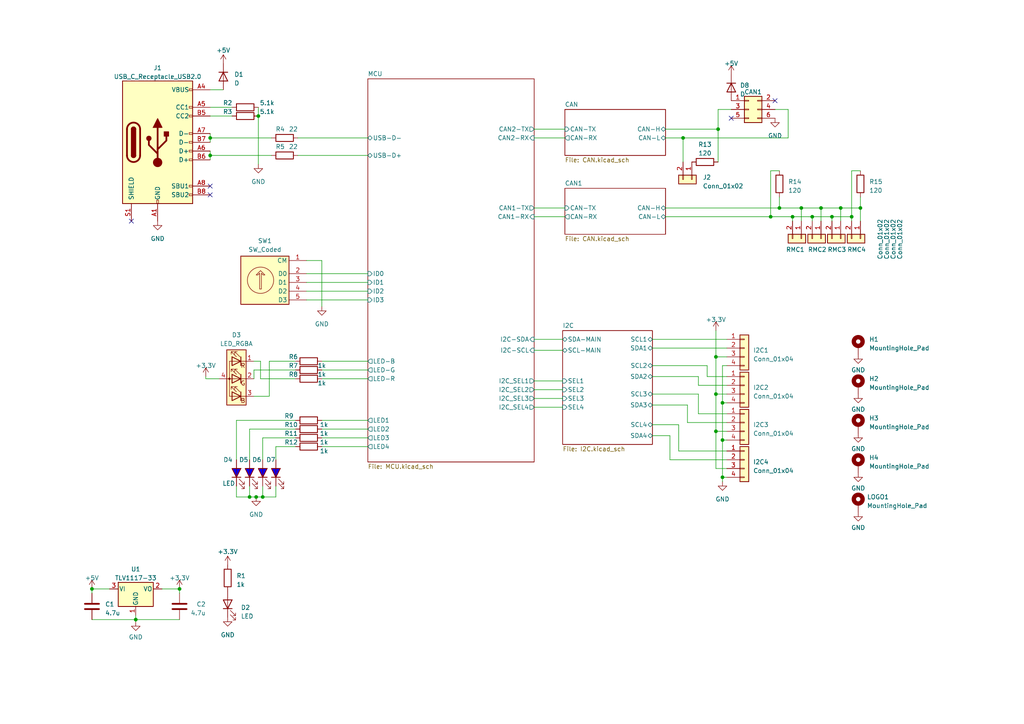
<source format=kicad_sch>
(kicad_sch (version 20231120) (generator "eeschema") (generator_version "8.0")
  (paper "A4")
  (lib_symbols
    (symbol "Connector:USB_C_Receptacle_USB2.0" (pin_names (offset 1.016))
      (property "Reference" "J" (at -10.16 19.05 0))
      (property "Value" "USB_C_Receptacle_USB2.0" (at 19.05 19.05 0))
      (symbol "USB_C_Receptacle_USB2.0_0_0"
        (rectangle (start -0.254 -17.78) (end 0.254 -16.764))
        (rectangle (start 10.16 -14.986) (end 9.144 -15.494))
        (rectangle (start 10.16 -12.446) (end 9.144 -12.954))
        (rectangle (start 10.16 -4.826) (end 9.144 -5.334))
        (rectangle (start 10.16 -2.286) (end 9.144 -2.794))
        (rectangle (start 10.16 0.254) (end 9.144 -0.254))
        (rectangle (start 10.16 2.794) (end 9.144 2.286))
        (rectangle (start 10.16 7.874) (end 9.144 7.366))
        (rectangle (start 10.16 10.414) (end 9.144 9.906))
        (rectangle (start 10.16 15.494) (end 9.144 14.986))
      )
      (symbol "USB_C_Receptacle_USB2.0_0_1"
        (rectangle (start -10.16 17.78) (end 10.16 -17.78) (stroke (width 0.254)) (fill (type background)))
        (arc (start -8.89 -3.81) (mid -6.985 -5.7067) (end -5.08 -3.81) (stroke (width 0.508)))
        (arc (start -7.62 -3.81) (mid -6.985 -4.4423) (end -6.35 -3.81) (stroke (width 0.254)))
        (arc (start -7.62 -3.81) (mid -6.985 -4.4423) (end -6.35 -3.81) (stroke (width 0.254)) (fill (type outline)))
        (rectangle (start -7.62 -3.81) (end -6.35 3.81) (stroke (width 0.254)) (fill (type outline)))
        (arc (start -6.35 3.81) (mid -6.985 4.4423) (end -7.62 3.81) (stroke (width 0.254)))
        (arc (start -6.35 3.81) (mid -6.985 4.4423) (end -7.62 3.81) (stroke (width 0.254)) (fill (type outline)))
        (arc (start -5.08 3.81) (mid -6.985 5.7067) (end -8.89 3.81) (stroke (width 0.508)))
        (circle (center -2.54 1.143) (radius 0.635) (stroke (width 0.254)) (fill (type outline)))
        (circle (center 0 -5.842) (radius 1.27) (fill (type outline)))
        (polyline (pts (xy -8.89 -3.81) (xy -8.89 3.81)) (stroke (width 0.508)))
        (polyline (pts (xy -5.08 3.81) (xy -5.08 -3.81)) (stroke (width 0.508)))
        (polyline (pts (xy 0 -5.842) (xy 0 4.318)) (stroke (width 0.508)))
        (polyline (pts (xy 0 -3.302) (xy -2.54 -0.762) (xy -2.54 0.508)) (stroke (width 0.508)))
        (polyline (pts (xy 0 -2.032) (xy 2.54 0.508) (xy 2.54 1.778)) (stroke (width 0.508)))
        (polyline (pts (xy -1.27 4.318) (xy 0 6.858) (xy 1.27 4.318) (xy -1.27 4.318)) (stroke (width 0.254)) (fill (type outline)))
        (rectangle (start 1.905 1.778) (end 3.175 3.048) (stroke (width 0.254)) (fill (type outline)))
      )
      (symbol "USB_C_Receptacle_USB2.0_1_1"
        (pin passive line (at 0 -22.86 90) (length 5.08) (name "GND") (number "A1"))
        (pin passive line (at 0 -22.86 90) (length 5.08) hide (name "GND") (number "A12"))
        (pin passive line (at 15.24 15.24 180) (length 5.08) (name "VBUS") (number "A4"))
        (pin bidirectional line (at 15.24 10.16 180) (length 5.08) (name "CC1") (number "A5"))
        (pin bidirectional line (at 15.24 -2.54 180) (length 5.08) (name "D+") (number "A6"))
        (pin bidirectional line (at 15.24 2.54 180) (length 5.08) (name "D-") (number "A7"))
        (pin bidirectional line (at 15.24 -12.7 180) (length 5.08) (name "SBU1") (number "A8"))
        (pin passive line (at 15.24 15.24 180) (length 5.08) hide (name "VBUS") (number "A9"))
        (pin passive line (at 0 -22.86 90) (length 5.08) hide (name "GND") (number "B1"))
        (pin passive line (at 0 -22.86 90) (length 5.08) hide (name "GND") (number "B12"))
        (pin passive line (at 15.24 15.24 180) (length 5.08) hide (name "VBUS") (number "B4"))
        (pin bidirectional line (at 15.24 7.62 180) (length 5.08) (name "CC2") (number "B5"))
        (pin bidirectional line (at 15.24 -5.08 180) (length 5.08) (name "D+") (number "B6"))
        (pin bidirectional line (at 15.24 0 180) (length 5.08) (name "D-") (number "B7"))
        (pin bidirectional line (at 15.24 -15.24 180) (length 5.08) (name "SBU2") (number "B8"))
        (pin passive line (at 15.24 15.24 180) (length 5.08) hide (name "VBUS") (number "B9"))
        (pin passive line (at -7.62 -22.86 90) (length 5.08) (name "SHIELD") (number "S1"))
      )
    )
    (symbol "Connector_Generic:Conn_01x02" (pin_names (offset 1.016) hide)
      (property "Reference" "J" (at 0 2.54 0))
      (property "Value" "Conn_01x02" (at 0 -5.08 0))
      (symbol "Conn_01x02_1_1"
        (rectangle (start -1.27 -2.413) (end 0 -2.667) (stroke (width 0.1524)))
        (rectangle (start -1.27 0.127) (end 0 -0.127) (stroke (width 0.1524)))
        (rectangle (start -1.27 1.27) (end 1.27 -3.81) (stroke (width 0.254)) (fill (type background)))
        (pin passive line (at -5.08 0 0) (length 3.81) (name "Pin_1") (number "1"))
        (pin passive line (at -5.08 -2.54 0) (length 3.81) (name "Pin_2") (number "2"))
      )
    )
    (symbol "Connector_Generic:Conn_01x04" (pin_names (offset 1.016) hide)
      (property "Reference" "J" (at 0 5.08 0))
      (property "Value" "Conn_01x04" (at 0 -7.62 0))
      (symbol "Conn_01x04_1_1"
        (rectangle (start -1.27 -4.953) (end 0 -5.207) (stroke (width 0.1524)))
        (rectangle (start -1.27 -2.413) (end 0 -2.667) (stroke (width 0.1524)))
        (rectangle (start -1.27 0.127) (end 0 -0.127) (stroke (width 0.1524)))
        (rectangle (start -1.27 2.667) (end 0 2.413) (stroke (width 0.1524)))
        (rectangle (start -1.27 3.81) (end 1.27 -6.35) (stroke (width 0.254)) (fill (type background)))
        (pin passive line (at -5.08 2.54 0) (length 3.81) (name "Pin_1") (number "1"))
        (pin passive line (at -5.08 0 0) (length 3.81) (name "Pin_2") (number "2"))
        (pin passive line (at -5.08 -2.54 0) (length 3.81) (name "Pin_3") (number "3"))
        (pin passive line (at -5.08 -5.08 0) (length 3.81) (name "Pin_4") (number "4"))
      )
    )
    (symbol "Connector_Generic:Conn_02x03_Odd_Even" (pin_names (offset 1.016) hide)
      (property "Reference" "J" (at 1.27 5.08 0))
      (property "Value" "Conn_02x03_Odd_Even" (at 1.27 -5.08 0))
      (symbol "Conn_02x03_Odd_Even_1_1"
        (rectangle (start -1.27 -2.413) (end 0 -2.667) (stroke (width 0.1524)))
        (rectangle (start -1.27 0.127) (end 0 -0.127) (stroke (width 0.1524)))
        (rectangle (start -1.27 2.667) (end 0 2.413) (stroke (width 0.1524)))
        (rectangle (start -1.27 3.81) (end 3.81 -3.81) (stroke (width 0.254)) (fill (type background)))
        (rectangle (start 3.81 -2.413) (end 2.54 -2.667) (stroke (width 0.1524)))
        (rectangle (start 3.81 0.127) (end 2.54 -0.127) (stroke (width 0.1524)))
        (rectangle (start 3.81 2.667) (end 2.54 2.413) (stroke (width 0.1524)))
        (pin passive line (at -5.08 2.54 0) (length 3.81) (name "Pin_1") (number "1"))
        (pin passive line (at 7.62 2.54 180) (length 3.81) (name "Pin_2") (number "2"))
        (pin passive line (at -5.08 0 0) (length 3.81) (name "Pin_3") (number "3"))
        (pin passive line (at 7.62 0 180) (length 3.81) (name "Pin_4") (number "4"))
        (pin passive line (at -5.08 -2.54 0) (length 3.81) (name "Pin_5") (number "5"))
        (pin passive line (at 7.62 -2.54 180) (length 3.81) (name "Pin_6") (number "6"))
      )
    )
    (symbol "Device:C" (pin_numbers hide) (pin_names (offset 0.254))
      (property "Reference" "C" (at 0.635 2.54 0))
      (property "Value" "C" (at 0.635 -2.54 0))
      (symbol "C_0_1"
        (polyline (pts (xy -2.032 -0.762) (xy 2.032 -0.762)) (stroke (width 0.508)))
        (polyline (pts (xy -2.032 0.762) (xy 2.032 0.762)) (stroke (width 0.508)))
      )
      (symbol "C_1_1"
        (pin passive line (at 0 3.81 270) (length 2.794) (name "~") (number "1"))
        (pin passive line (at 0 -3.81 90) (length 2.794) (name "~") (number "2"))
      )
    )
    (symbol "Device:D" (pin_numbers hide) (pin_names (offset 1.016) hide)
      (property "Reference" "D" (at 0 2.54 0))
      (property "Value" "D" (at 0 -2.54 0))
      (symbol "D_0_1"
        (polyline (pts (xy -1.27 1.27) (xy -1.27 -1.27)) (stroke (width 0.254)))
        (polyline (pts (xy 1.27 0) (xy -1.27 0)))
        (polyline (pts (xy 1.27 1.27) (xy 1.27 -1.27) (xy -1.27 0) (xy 1.27 1.27)) (stroke (width 0.254)))
      )
      (symbol "D_1_1"
        (pin passive line (at -3.81 0 0) (length 2.54) (name "K") (number "1"))
        (pin passive line (at 3.81 0 180) (length 2.54) (name "A") (number "2"))
      )
    )
    (symbol "Device:LED" (pin_numbers hide) (pin_names (offset 1.016) hide)
      (property "Reference" "D" (at 0 2.54 0))
      (property "Value" "LED" (at 0 -2.54 0))
      (symbol "LED_0_1"
        (polyline (pts (xy -1.27 -1.27) (xy -1.27 1.27)) (stroke (width 0.254)))
        (polyline (pts (xy -1.27 0) (xy 1.27 0)))
        (polyline (pts (xy 1.27 -1.27) (xy 1.27 1.27) (xy -1.27 0) (xy 1.27 -1.27)) (stroke (width 0.254)))
        (polyline (pts (xy -3.048 -0.762) (xy -4.572 -2.286) (xy -3.81 -2.286) (xy -4.572 -2.286) (xy -4.572 -1.524)))
        (polyline (pts (xy -1.778 -0.762) (xy -3.302 -2.286) (xy -2.54 -2.286) (xy -3.302 -2.286) (xy -3.302 -1.524)))
      )
      (symbol "LED_1_1"
        (pin passive line (at -3.81 0 0) (length 2.54) (name "K") (number "1"))
        (pin passive line (at 3.81 0 180) (length 2.54) (name "A") (number "2"))
      )
    )
    (symbol "Device:LED_RGBA" (pin_names (offset 0) hide)
      (property "Reference" "D" (at 0 9.398 0))
      (property "Value" "LED_RGBA" (at 0 -8.89 0))
      (symbol "LED_RGBA_0_0"
        (text "B" (at -1.905 -6.35 0) (effects (font (size 1.27 1.27))))
        (text "G" (at -1.905 -1.27 0) (effects (font (size 1.27 1.27))))
        (text "R" (at -1.905 3.81 0) (effects (font (size 1.27 1.27))))
      )
      (symbol "LED_RGBA_0_1"
        (polyline (pts (xy -1.27 -5.08) (xy -2.54 -5.08)))
        (polyline (pts (xy -1.27 -5.08) (xy 1.27 -5.08)))
        (polyline (pts (xy -1.27 -3.81) (xy -1.27 -6.35)) (stroke (width 0.254)))
        (polyline (pts (xy -1.27 0) (xy -2.54 0)))
        (polyline (pts (xy -1.27 1.27) (xy -1.27 -1.27)) (stroke (width 0.254)))
        (polyline (pts (xy -1.27 5.08) (xy -2.54 5.08)))
        (polyline (pts (xy -1.27 5.08) (xy 1.27 5.08)))
        (polyline (pts (xy -1.27 6.35) (xy -1.27 3.81)) (stroke (width 0.254)))
        (polyline (pts (xy 1.27 0) (xy -1.27 0)))
        (polyline (pts (xy 1.27 0) (xy 2.54 0)))
        (polyline (pts (xy -1.27 1.27) (xy -1.27 -1.27) (xy -1.27 -1.27)))
        (polyline (pts (xy -1.27 6.35) (xy -1.27 3.81) (xy -1.27 3.81)))
        (polyline (pts (xy 1.27 -5.08) (xy 2.032 -5.08) (xy 2.032 5.08) (xy 1.27 5.08)))
        (polyline (pts (xy 1.27 -3.81) (xy 1.27 -6.35) (xy -1.27 -5.08) (xy 1.27 -3.81)) (stroke (width 0.254)))
        (polyline (pts (xy 1.27 1.27) (xy 1.27 -1.27) (xy -1.27 0) (xy 1.27 1.27)) (stroke (width 0.254)))
        (polyline (pts (xy 1.27 6.35) (xy 1.27 3.81) (xy -1.27 5.08) (xy 1.27 6.35)) (stroke (width 0.254)))
        (polyline (pts (xy -1.016 -3.81) (xy 0.508 -2.286) (xy -0.254 -2.286) (xy 0.508 -2.286) (xy 0.508 -3.048)))
        (polyline (pts (xy -1.016 1.27) (xy 0.508 2.794) (xy -0.254 2.794) (xy 0.508 2.794) (xy 0.508 2.032)))
        (polyline (pts (xy -1.016 6.35) (xy 0.508 7.874) (xy -0.254 7.874) (xy 0.508 7.874) (xy 0.508 7.112)))
        (polyline (pts (xy 0 -3.81) (xy 1.524 -2.286) (xy 0.762 -2.286) (xy 1.524 -2.286) (xy 1.524 -3.048)))
        (polyline (pts (xy 0 1.27) (xy 1.524 2.794) (xy 0.762 2.794) (xy 1.524 2.794) (xy 1.524 2.032)))
        (polyline (pts (xy 0 6.35) (xy 1.524 7.874) (xy 0.762 7.874) (xy 1.524 7.874) (xy 1.524 7.112)))
        (rectangle (start 1.27 -1.27) (end 1.27 1.27))
        (rectangle (start 1.27 1.27) (end 1.27 1.27))
        (rectangle (start 1.27 3.81) (end 1.27 6.35))
        (rectangle (start 1.27 6.35) (end 1.27 6.35))
        (circle (center 2.032 0) (radius 0.254) (fill (type outline)))
        (rectangle (start 2.794 8.382) (end -2.794 -7.62) (stroke (width 0.254)) (fill (type background)))
      )
      (symbol "LED_RGBA_1_1"
        (pin passive line (at -5.08 5.08 0) (length 2.54) (name "RK") (number "1"))
        (pin passive line (at -5.08 0 0) (length 2.54) (name "GK") (number "2"))
        (pin passive line (at -5.08 -5.08 0) (length 2.54) (name "BK") (number "3"))
        (pin passive line (at 5.08 0 180) (length 2.54) (name "A") (number "4"))
      )
    )
    (symbol "Device:R" (pin_numbers hide) (pin_names (offset 0))
      (property "Reference" "R" (at 2.032 0 90))
      (property "Value" "R" (at 0 0 90))
      (symbol "R_0_1"
        (rectangle (start -1.016 -2.54) (end 1.016 2.54) (stroke (width 0.254)))
      )
      (symbol "R_1_1"
        (pin passive line (at 0 3.81 270) (length 1.27) (name "~") (number "1"))
        (pin passive line (at 0 -3.81 90) (length 1.27) (name "~") (number "2"))
      )
    )
    (symbol "LED_2" (pin_numbers hide) (pin_names (offset 1.016) hide)
      (property "Reference" "D4" (at 3.175 -0.9525 90))
      (property "Value" "LED" (at 3.175 -3.4925 90))
      (symbol "LED_2_0_1"
        (polyline (pts (xy -1.27 -1.27) (xy -1.27 1.27)) (stroke (width 0.254)))
        (polyline (pts (xy -1.27 0) (xy 1.27 0)))
        (polyline (pts (xy 1.27 -1.27) (xy 1.27 1.27) (xy -1.27 0) (xy 1.27 -1.27)) (stroke (width 0.254)) (fill (type color) (color 0 0 255 1)))
        (polyline (pts (xy -3.048 -0.762) (xy -4.572 -2.286) (xy -3.81 -2.286) (xy -4.572 -2.286) (xy -4.572 -1.524)))
        (polyline (pts (xy -1.778 -0.762) (xy -3.302 -2.286) (xy -2.54 -2.286) (xy -3.302 -2.286) (xy -3.302 -1.524)))
      )
      (symbol "LED_2_1_1"
        (pin passive line (at -3.81 0 0) (length 2.54) (name "K") (number "1"))
        (pin passive line (at 3.81 0 180) (length 2.54) (name "A") (number "2"))
      )
    )
    (symbol "Mechanical:MountingHole_Pad" (pin_numbers hide) (pin_names (offset 1.016) hide)
      (property "Reference" "H" (at 0 6.35 0))
      (property "Value" "MountingHole_Pad" (at 0 4.445 0))
      (symbol "MountingHole_Pad_0_1"
        (circle (center 0 1.27) (radius 1.27) (stroke (width 1.27)))
      )
      (symbol "MountingHole_Pad_1_1"
        (pin input line (at 0 -2.54 90) (length 2.54) (name "1") (number "1"))
      )
    )
    (symbol "Regulator_Linear:TLV1117-33" (pin_names (offset 0.254))
      (property "Reference" "U" (at -3.81 3.175 0))
      (property "Value" "TLV1117-33" (at 0 3.175 0))
      (symbol "TLV1117-33_0_1"
        (rectangle (start -5.08 -5.08) (end 5.08 1.905) (stroke (width 0.254)) (fill (type background)))
      )
      (symbol "TLV1117-33_1_1"
        (pin power_in line (at 0 -7.62 90) (length 2.54) (name "GND") (number "1"))
        (pin power_out line (at 7.62 0 180) (length 2.54) (name "VO") (number "2"))
        (pin power_in line (at -7.62 0 0) (length 2.54) (name "VI") (number "3"))
      )
    )
    (symbol "Switch:SW_Coded"
      (property "Reference" "SW" (at -6.35 8.89 0))
      (property "Value" "SW_Coded" (at -6.35 -7.62 0))
      (symbol "SW_Coded_0_1"
        (circle (center -0.635 0.635) (radius 3.81))
        (polyline (pts (xy -0.889 -1.905) (xy -0.889 2.667) (xy -1.397 2.159) (xy -1.905 2.159) (xy -0.635 3.429) (xy 0.635 2.159) (xy 0.127 2.159) (xy -0.381 2.667) (xy -0.381 -1.905) (xy -0.889 -1.905) (xy -0.889 -1.905)))
        (rectangle (start 7.62 7.62) (end -6.35 -6.35) (stroke (width 0.254)) (fill (type background)))
      )
      (symbol "SW_Coded_1_1"
        (pin passive line (at 12.7 6.35 180) (length 5.08) (name "CM") (number "1"))
        (pin passive line (at 12.7 2.54 180) (length 5.08) (name "D0") (number "2"))
        (pin passive line (at 12.7 0 180) (length 5.08) (name "D1") (number "3"))
        (pin passive line (at 12.7 -2.54 180) (length 5.08) (name "D2") (number "4"))
        (pin passive line (at 12.7 -5.08 180) (length 5.08) (name "D3") (number "5"))
      )
    )
    (symbol "power:+3.3V" (power) (pin_names (offset 0))
      (property "Value" "+3.3V" (at 0 3.556 0))
      (symbol "+3.3V_0_1"
        (polyline (pts (xy -0.762 1.27) (xy 0 2.54)))
        (polyline (pts (xy 0 0) (xy 0 2.54)))
        (polyline (pts (xy 0 2.54) (xy 0.762 1.27)))
      )
      (symbol "+3.3V_1_1"
        (pin power_in line (at 0 0 90) (length 0) hide (name "+3.3V") (number "1"))
      )
    )
    (symbol "power:+5V" (power) (pin_names (offset 0))
      (property "Value" "+5V" (at 0 3.556 0))
      (symbol "+5V_0_1"
        (polyline (pts (xy -0.762 1.27) (xy 0 2.54)))
        (polyline (pts (xy 0 0) (xy 0 2.54)))
        (polyline (pts (xy 0 2.54) (xy 0.762 1.27)))
      )
      (symbol "+5V_1_1"
        (pin power_in line (at 0 0 90) (length 0) hide (name "+5V") (number "1"))
      )
    )
    (symbol "power:GND" (power) (pin_names (offset 0))
      (property "Value" "GND" (at 0 -3.81 0))
      (symbol "GND_0_1"
        (polyline (pts (xy 0 0) (xy 0 -1.27) (xy 1.27 -1.27) (xy 0 -2.54) (xy -1.27 -1.27) (xy 0 -1.27)))
      )
      (symbol "GND_1_1"
        (pin power_in line (at 0 0 270) (length 0) hide (name "GND") (number "1"))
      )
    )
  )
  (junction (at 243.84 60.325))
  (junction (at 52.07 170.815))
  (junction (at 207.645 114.3))
  (junction (at 76.2 144.145))
  (junction (at 209.55 116.84))
  (junction (at 208.28 37.465))
  (junction (at 60.96 45.085))
  (junction (at 232.41 60.325))
  (junction (at 238.125 60.325))
  (junction (at 235.585 62.865))
  (junction (at 247.015 62.865))
  (junction (at 26.67 170.815))
  (junction (at 207.645 125.095))
  (junction (at 72.39 144.145))
  (junction (at 241.3 62.865))
  (junction (at 209.55 138.43))
  (junction (at 207.645 103.505))
  (junction (at 209.55 127.635))
  (junction (at 39.37 179.705))
  (junction (at 223.52 62.865))
  (junction (at 74.93 33.655))
  (junction (at 249.555 60.325))
  (junction (at 198.12 40.005))
  (junction (at 229.87 62.865))
  (junction (at 74.295 144.145))
  (junction (at 226.06 60.325))
  (junction (at 60.96 40.005))
  (no_connect (at 60.96 53.975))
  (no_connect (at 60.96 56.515))
  (no_connect (at 224.79 29.21))
  (no_connect (at 38.1 64.135))
  (no_connect (at 212.09 34.29))
  (wire (pts (xy 235.585 62.865) (xy 241.3 62.865)))
  (wire (pts (xy 223.52 49.53) (xy 226.06 49.53)))
  (wire (pts (xy 60.96 40.005) (xy 78.74 40.005)))
  (wire (pts (xy 46.99 170.815) (xy 52.07 170.815)))
  (wire (pts (xy 232.41 60.325) (xy 232.41 64.135)))
  (wire (pts (xy 210.82 138.43) (xy 209.55 138.43)))
  (wire (pts (xy 223.52 62.865) (xy 223.52 49.53)))
  (wire (pts (xy 39.37 180.34) (xy 39.37 179.705)))
  (wire (pts (xy 73.66 104.775) (xy 75.565 104.775)))
  (wire (pts (xy 52.07 170.815) (xy 52.07 172.085)))
  (wire (pts (xy 26.67 170.815) (xy 31.75 170.815)))
  (wire (pts (xy 154.94 40.005) (xy 163.83 40.005)))
  (wire (pts (xy 73.66 107.315) (xy 73.66 109.855)))
  (wire (pts (xy 68.58 133.35) (xy 68.58 121.92)))
  (wire (pts (xy 209.55 127.635) (xy 210.82 127.635)))
  (wire (pts (xy 78.105 104.775) (xy 85.725 104.775)))
  (wire (pts (xy 208.28 31.75) (xy 212.09 31.75)))
  (wire (pts (xy 202.565 109.22) (xy 202.565 111.76)))
  (wire (pts (xy 205.105 109.22) (xy 210.82 109.22)))
  (wire (pts (xy 88.9 86.995) (xy 106.68 86.995)))
  (wire (pts (xy 93.345 104.775) (xy 106.68 104.775)))
  (wire (pts (xy 76.2 144.145) (xy 80.01 144.145)))
  (wire (pts (xy 209.55 138.43) (xy 209.55 127.635)))
  (wire (pts (xy 64.77 26.035) (xy 60.96 26.035)))
  (wire (pts (xy 238.125 60.325) (xy 238.125 64.135)))
  (wire (pts (xy 76.2 133.35) (xy 76.2 127)))
  (wire (pts (xy 26.67 170.815) (xy 26.67 172.085)))
  (wire (pts (xy 247.015 49.53) (xy 249.555 49.53)))
  (wire (pts (xy 93.345 127) (xy 106.68 127)))
  (wire (pts (xy 154.94 60.325) (xy 163.83 60.325)))
  (wire (pts (xy 194.31 126.365) (xy 194.31 133.35)))
  (wire (pts (xy 76.2 144.145) (xy 76.2 140.97)))
  (wire (pts (xy 247.015 64.135) (xy 247.015 62.865)))
  (wire (pts (xy 209.55 106.045) (xy 210.82 106.045)))
  (wire (pts (xy 59.69 109.855) (xy 63.5 109.855)))
  (wire (pts (xy 88.9 81.915) (xy 106.68 81.915)))
  (wire (pts (xy 189.23 98.425) (xy 210.82 98.425)))
  (wire (pts (xy 198.12 40.005) (xy 228.6 40.005)))
  (wire (pts (xy 196.85 130.81) (xy 210.82 130.81)))
  (wire (pts (xy 93.345 109.855) (xy 106.68 109.855)))
  (wire (pts (xy 189.23 123.19) (xy 196.85 123.19)))
  (wire (pts (xy 78.105 104.775) (xy 78.105 114.935)))
  (wire (pts (xy 202.565 114.3) (xy 202.565 120.015)))
  (wire (pts (xy 193.04 60.325) (xy 226.06 60.325)))
  (wire (pts (xy 93.345 129.54) (xy 106.68 129.54)))
  (wire (pts (xy 72.39 140.97) (xy 72.39 144.145)))
  (wire (pts (xy 59.69 109.22) (xy 59.69 109.855)))
  (wire (pts (xy 207.645 114.3) (xy 207.645 125.095)))
  (wire (pts (xy 68.58 121.92) (xy 85.725 121.92)))
  (wire (pts (xy 85.725 124.46) (xy 72.39 124.46)))
  (wire (pts (xy 60.96 40.005) (xy 60.96 41.275)))
  (wire (pts (xy 209.55 127.635) (xy 209.55 116.84)))
  (wire (pts (xy 202.565 120.015) (xy 210.82 120.015)))
  (wire (pts (xy 154.94 62.865) (xy 163.83 62.865)))
  (wire (pts (xy 74.295 144.145) (xy 72.39 144.145)))
  (wire (pts (xy 88.9 84.455) (xy 106.68 84.455)))
  (wire (pts (xy 86.36 40.005) (xy 106.68 40.005)))
  (wire (pts (xy 68.58 144.145) (xy 68.58 140.97)))
  (wire (pts (xy 154.94 101.6) (xy 163.195 101.6)))
  (wire (pts (xy 205.105 106.045) (xy 205.105 109.22)))
  (wire (pts (xy 226.06 60.325) (xy 232.41 60.325)))
  (wire (pts (xy 189.23 106.045) (xy 205.105 106.045)))
  (wire (pts (xy 60.96 45.085) (xy 60.96 46.355)))
  (wire (pts (xy 207.645 95.885) (xy 207.645 103.505)))
  (wire (pts (xy 189.23 114.3) (xy 202.565 114.3)))
  (wire (pts (xy 73.66 114.935) (xy 78.105 114.935)))
  (wire (pts (xy 88.9 79.375) (xy 106.68 79.375)))
  (wire (pts (xy 74.295 144.145) (xy 76.2 144.145)))
  (wire (pts (xy 60.96 31.115) (xy 67.31 31.115)))
  (wire (pts (xy 194.31 133.35) (xy 210.82 133.35)))
  (wire (pts (xy 241.3 62.865) (xy 241.3 64.135)))
  (wire (pts (xy 72.39 144.145) (xy 68.58 144.145)))
  (wire (pts (xy 229.87 62.865) (xy 229.87 64.135)))
  (wire (pts (xy 80.01 133.35) (xy 80.01 129.54)))
  (wire (pts (xy 189.23 126.365) (xy 194.31 126.365)))
  (wire (pts (xy 196.85 123.19) (xy 196.85 130.81)))
  (wire (pts (xy 223.52 62.865) (xy 229.87 62.865)))
  (wire (pts (xy 249.555 57.15) (xy 249.555 60.325)))
  (wire (pts (xy 60.96 33.655) (xy 67.31 33.655)))
  (wire (pts (xy 154.94 115.57) (xy 163.195 115.57)))
  (wire (pts (xy 207.645 125.095) (xy 210.82 125.095)))
  (wire (pts (xy 241.3 62.865) (xy 247.015 62.865)))
  (wire (pts (xy 209.55 116.84) (xy 209.55 106.045)))
  (wire (pts (xy 207.645 114.3) (xy 210.82 114.3)))
  (wire (pts (xy 208.28 31.75) (xy 208.28 37.465)))
  (wire (pts (xy 189.23 117.475) (xy 199.39 117.475)))
  (wire (pts (xy 74.93 31.115) (xy 74.93 33.655)))
  (wire (pts (xy 229.87 62.865) (xy 235.585 62.865)))
  (wire (pts (xy 198.12 40.005) (xy 198.12 46.99)))
  (wire (pts (xy 93.345 88.9) (xy 93.345 75.565)))
  (wire (pts (xy 154.94 98.425) (xy 163.195 98.425)))
  (wire (pts (xy 74.93 33.655) (xy 74.93 47.625)))
  (wire (pts (xy 207.645 125.095) (xy 207.645 135.89)))
  (wire (pts (xy 60.96 43.815) (xy 60.96 45.085)))
  (wire (pts (xy 235.585 62.865) (xy 235.585 64.135)))
  (wire (pts (xy 86.36 45.085) (xy 106.68 45.085)))
  (wire (pts (xy 209.55 116.84) (xy 210.82 116.84)))
  (wire (pts (xy 228.6 31.75) (xy 228.6 40.005)))
  (wire (pts (xy 85.725 107.315) (xy 73.66 107.315)))
  (wire (pts (xy 243.84 64.135) (xy 243.84 60.325)))
  (wire (pts (xy 249.555 60.325) (xy 249.555 64.135)))
  (wire (pts (xy 75.565 109.855) (xy 85.725 109.855)))
  (wire (pts (xy 199.39 117.475) (xy 199.39 122.555)))
  (wire (pts (xy 189.23 100.965) (xy 210.82 100.965)))
  (wire (pts (xy 80.01 129.54) (xy 85.725 129.54)))
  (wire (pts (xy 199.39 122.555) (xy 210.82 122.555)))
  (wire (pts (xy 93.345 75.565) (xy 88.9 75.565)))
  (wire (pts (xy 26.67 179.705) (xy 39.37 179.705)))
  (wire (pts (xy 232.41 60.325) (xy 238.125 60.325)))
  (wire (pts (xy 60.96 45.085) (xy 78.74 45.085)))
  (wire (pts (xy 75.565 104.775) (xy 75.565 109.855)))
  (wire (pts (xy 247.015 62.865) (xy 247.015 49.53)))
  (wire (pts (xy 238.125 60.325) (xy 243.84 60.325)))
  (wire (pts (xy 60.96 38.735) (xy 60.96 40.005)))
  (wire (pts (xy 72.39 124.46) (xy 72.39 133.35)))
  (wire (pts (xy 208.28 37.465) (xy 208.28 46.99)))
  (wire (pts (xy 80.01 144.145) (xy 80.01 140.97)))
  (wire (pts (xy 93.345 124.46) (xy 106.68 124.46)))
  (wire (pts (xy 202.565 111.76) (xy 210.82 111.76)))
  (wire (pts (xy 207.645 103.505) (xy 210.82 103.505)))
  (wire (pts (xy 52.07 179.705) (xy 39.37 179.705)))
  (wire (pts (xy 76.2 127) (xy 85.725 127)))
  (wire (pts (xy 193.04 37.465) (xy 208.28 37.465)))
  (wire (pts (xy 207.645 135.89) (xy 210.82 135.89)))
  (wire (pts (xy 243.84 60.325) (xy 249.555 60.325)))
  (wire (pts (xy 154.94 110.49) (xy 163.195 110.49)))
  (wire (pts (xy 209.55 138.43) (xy 209.55 139.7)))
  (wire (pts (xy 154.94 118.11) (xy 163.195 118.11)))
  (wire (pts (xy 93.345 107.315) (xy 106.68 107.315)))
  (wire (pts (xy 189.23 109.22) (xy 202.565 109.22)))
  (wire (pts (xy 154.94 37.465) (xy 163.83 37.465)))
  (wire (pts (xy 93.345 121.92) (xy 106.68 121.92)))
  (wire (pts (xy 39.37 179.705) (xy 39.37 178.435)))
  (wire (pts (xy 193.04 40.005) (xy 198.12 40.005)))
  (wire (pts (xy 154.94 113.03) (xy 163.195 113.03)))
  (wire (pts (xy 224.79 31.75) (xy 228.6 31.75)))
  (wire (pts (xy 207.645 103.505) (xy 207.645 114.3)))
  (wire (pts (xy 226.06 57.15) (xy 226.06 60.325)))
  (wire (pts (xy 193.04 62.865) (xy 223.52 62.865)))
  (symbol (lib_id "Device:R") (at 89.535 107.315 90) (unit 1)
    (property "Reference" "R7" (at 85.09 106.045 90))
    (property "Value" "1k" (at 93.345 108.585 90))
    (property "Footprint" "Resistor_SMD:R_0603_1608Metric_Pad0.98x0.95mm_HandSolder" (effects (hide yes)))
  )
  (symbol (lib_id "Device:R") (at 71.12 33.655 90) (unit 1)
    (property "Reference" "R3" (at 66.04 32.385 90))
    (property "Value" "5.1k" (at 77.47 32.385 90))
    (property "Footprint" "Resistor_SMD:R_0603_1608Metric_Pad0.98x0.95mm_HandSolder" (effects (hide yes)))
  )
  (symbol (lib_id "Device:LED") (at 66.04 175.26 90) (unit 1)
    (property "Reference" "D2" (at 69.85 176.2125 90) (effects (justify right)))
    (property "Value" "LED" (at 69.85 178.7525 90) (effects (justify right)))
    (property "Footprint" "LED_SMD:LED_0603_1608Metric_Pad1.05x0.95mm_HandSolder" (effects (hide yes)))
  )
  (symbol (lib_id "Mechanical:MountingHole_Pad") (at 248.92 134.62 0) (unit 1)
    (property "Reference" "H4" (at 252.095 132.715 0) (effects (justify left)))
    (property "Value" "MountingHole_Pad" (at 252.095 135.255 0) (effects (justify left)))
    (property "Footprint" "MountingHole:MountingHole_3.2mm_M3_ISO14580_Pad" (effects (hide yes)))
  )
  (symbol (lib_name "LED_2") (lib_id "Device:LED") (at 72.39 137.16 90) (unit 1)
    (property "Reference" "D5" (at 69.342 133.35 90) (effects (justify right)))
    (property "Value" "LED" (effects (hide yes)))
    (property "Footprint" "LED_SMD:LED_0603_1608Metric_Pad1.05x0.95mm_HandSolder" (effects (hide yes)))
  )
  (symbol (lib_id "Switch:SW_Coded") (at 76.2 81.915 0) (unit 1)
    (property "Reference" "SW1" (at 76.835 69.85 0))
    (property "Value" "SW_Coded" (at 76.835 72.39 0))
    (property "Footprint" "Robocon_Switch:RDS-10S-1055-SMT-TR_RotaryDIP" (effects (hide yes)))
  )
  (symbol (lib_id "Device:R") (at 82.55 40.005 90) (unit 1)
    (property "Reference" "R4" (at 81.28 37.465 90))
    (property "Value" "22" (at 85.09 37.465 90))
    (property "Footprint" "Resistor_SMD:R_0603_1608Metric_Pad0.98x0.95mm_HandSolder" (effects (hide yes)))
  )
  (symbol (lib_id "Device:C") (at 26.67 175.895 0) (unit 1)
    (property "Reference" "C1" (at 30.48 175.26 0) (effects (justify left)))
    (property "Value" "4.7u" (at 30.48 177.8 0) (effects (justify left)))
    (property "Footprint" "Capacitor_SMD:C_0805_2012Metric_Pad1.18x1.45mm_HandSolder" (effects (hide yes)))
  )
  (symbol (lib_id "power:+3.3V") (at 207.645 95.885 0) (unit 1)
    (property "Reference" "#PWR012" (effects (hide yes)))
    (property "Value" "+3.3V" (at 207.645 92.71 0))
  )
  (symbol (lib_id "Device:D") (at 212.09 25.4 270) (unit 1)
    (property "Reference" "D8" (at 214.63 24.765 90) (effects (justify left)))
    (property "Value" "D" (at 214.63 27.305 90) (effects (justify left)))
    (property "Footprint" "Diode_SMD:D_SOD-123" (effects (hide yes)))
    (property "Sim.Device" "D" (effects (hide yes)))
    (property "Sim.Pins" "1=K 2=A" (effects (hide yes)))
  )
  (symbol (lib_id "Device:C") (at 52.07 175.895 0) (mirror y) (unit 1)
    (property "Reference" "C2" (at 59.69 175.26 0) (effects (justify left)))
    (property "Value" "4.7u" (at 59.69 177.8 0) (effects (justify left)))
    (property "Footprint" "Capacitor_SMD:C_0805_2012Metric_Pad1.18x1.45mm_HandSolder" (effects (hide yes)))
  )
  (symbol (lib_id "Device:R") (at 249.555 53.34 0) (unit 1)
    (property "Reference" "R15" (at 252.095 52.705 0) (effects (justify left)))
    (property "Value" "120" (at 252.095 55.245 0) (effects (justify left)))
    (property "Footprint" "Resistor_SMD:R_0603_1608Metric_Pad0.98x0.95mm_HandSolder" (effects (hide yes)))
  )
  (symbol (lib_id "power:GND") (at 248.92 148.59 0) (unit 1)
    (property "Reference" "#PWR020" (effects (hide yes)))
    (property "Value" "GND" (at 248.92 153.035 0))
  )
  (symbol (lib_id "Connector_Generic:Conn_01x02") (at 249.555 69.215 270) (unit 1)
    (property "Reference" "RMC4" (at 245.745 72.39 90) (effects (justify left)))
    (property "Value" "Conn_01x02" (at 259.08 63.5 0) (effects (justify left)))
    (property "Footprint" "Connector_JST:JST_XA_S02B-XASK-1_1x02_P2.50mm_Horizontal" (effects (hide yes)))
  )
  (symbol (lib_id "Connector_Generic:Conn_01x02") (at 238.125 69.215 270) (unit 1)
    (property "Reference" "RMC2" (at 234.315 72.39 90) (effects (justify left)))
    (property "Value" "Conn_01x02" (at 257.175 63.5 0) (effects (justify left)))
    (property "Footprint" "Connector_JST:JST_XA_S02B-XASK-1_1x02_P2.50mm_Horizontal" (effects (hide yes)))
  )
  (symbol (lib_id "power:+5V") (at 26.67 170.815 0) (unit 1)
    (property "Reference" "#PWR01" (effects (hide yes)))
    (property "Value" "+5V" (at 26.67 167.64 0))
  )
  (symbol (lib_id "Device:R") (at 89.535 124.46 90) (unit 1)
    (property "Reference" "R10" (at 84.455 123.19 90))
    (property "Value" "1k" (at 93.98 125.73 90))
    (property "Footprint" "Resistor_SMD:R_0603_1608Metric_Pad0.98x0.95mm_HandSolder" (effects (hide yes)))
  )
  (symbol (lib_id "Connector_Generic:Conn_01x02") (at 243.84 69.215 270) (unit 1)
    (property "Reference" "RMC3" (at 240.03 72.39 90) (effects (justify left)))
    (property "Value" "Conn_01x02" (at 260.985 63.5 0) (effects (justify left)))
    (property "Footprint" "Connector_JST:JST_XA_S02B-XASK-1_1x02_P2.50mm_Horizontal" (effects (hide yes)))
  )
  (symbol (lib_id "Regulator_Linear:TLV1117-33") (at 39.37 170.815 0) (unit 1)
    (property "Reference" "U1" (at 39.37 165.1 0))
    (property "Value" "TLV1117-33" (at 39.37 167.64 0))
    (property "Footprint" "Package_TO_SOT_SMD:SOT-223-3_TabPin2" (effects (hide yes)))
    (property "Datasheet" "http://www.ti.com/lit/ds/symlink/tlv1117.pdf" (effects (hide yes)))
  )
  (symbol (lib_id "power:GND") (at 74.93 47.625 0) (unit 1)
    (property "Reference" "#PWR010" (effects (hide yes)))
    (property "Value" "GND" (at 74.93 52.705 0))
  )
  (symbol (lib_id "Device:R") (at 89.535 109.855 90) (unit 1)
    (property "Reference" "R8" (at 85.09 108.585 90))
    (property "Value" "1k" (at 93.345 111.125 90))
    (property "Footprint" "Resistor_SMD:R_0603_1608Metric_Pad0.98x0.95mm_HandSolder" (effects (hide yes)))
  )
  (symbol (lib_id "Mechanical:MountingHole_Pad") (at 248.92 123.19 0) (unit 1)
    (property "Reference" "H3" (at 252.095 121.285 0) (effects (justify left)))
    (property "Value" "MountingHole_Pad" (at 252.095 123.825 0) (effects (justify left)))
    (property "Footprint" "MountingHole:MountingHole_3.2mm_M3_ISO14580_Pad" (effects (hide yes)))
  )
  (symbol (lib_id "power:GND") (at 74.295 144.145 0) (unit 1)
    (property "Reference" "#PWR09" (effects (hide yes)))
    (property "Value" "GND" (at 74.295 149.225 0))
  )
  (symbol (lib_id "Device:R") (at 66.04 167.64 0) (unit 1)
    (property "Reference" "R1" (at 68.58 167.005 0) (effects (justify left)))
    (property "Value" "1k" (at 68.58 169.545 0) (effects (justify left)))
    (property "Footprint" "Resistor_SMD:R_0603_1608Metric_Pad0.98x0.95mm_HandSolder" (effects (hide yes)))
  )
  (symbol (lib_id "Device:R") (at 82.55 45.085 90) (unit 1)
    (property "Reference" "R5" (at 81.28 42.545 90))
    (property "Value" "22" (at 85.09 42.545 90))
    (property "Footprint" "Resistor_SMD:R_0603_1608Metric_Pad0.98x0.95mm_HandSolder" (effects (hide yes)))
  )
  (symbol (lib_id "power:GND") (at 93.345 88.9 0) (unit 1)
    (property "Reference" "#PWR011" (effects (hide yes)))
    (property "Value" "GND" (at 93.345 93.98 0))
  )
  (symbol (lib_id "power:GND") (at 224.79 34.29 0) (unit 1)
    (property "Reference" "#PWR015" (effects (hide yes)))
    (property "Value" "GND" (at 224.79 39.37 0))
  )
  (symbol (lib_id "Device:R") (at 89.535 129.54 90) (unit 1)
    (property "Reference" "R12" (at 84.455 128.27 90))
    (property "Value" "1k" (at 93.98 130.81 90))
    (property "Footprint" "Resistor_SMD:R_0603_1608Metric_Pad0.98x0.95mm_HandSolder" (effects (hide yes)))
  )
  (symbol (lib_id "power:+5V") (at 212.09 21.59 0) (unit 1)
    (property "Reference" "#PWR014" (effects (hide yes)))
    (property "Value" "+5V" (at 212.09 18.415 0))
  )
  (symbol (lib_name "LED_2") (lib_id "Device:LED") (at 80.01 137.16 90) (unit 1)
    (property "Reference" "D7" (at 77.216 133.35 90) (effects (justify right)))
    (property "Value" "LED" (effects (hide yes)))
    (property "Footprint" "LED_SMD:LED_0603_1608Metric_Pad1.05x0.95mm_HandSolder" (effects (hide yes)))
  )
  (symbol (lib_id "Device:R") (at 204.47 46.99 90) (unit 1)
    (property "Reference" "R13" (at 204.47 41.91 90))
    (property "Value" "120" (at 204.47 44.45 90))
    (property "Footprint" "Resistor_SMD:R_0603_1608Metric_Pad0.98x0.95mm_HandSolder" (effects (hide yes)))
  )
  (symbol (lib_id "Device:R") (at 89.535 104.775 90) (unit 1)
    (property "Reference" "R6" (at 85.09 103.505 90))
    (property "Value" "1k" (at 93.345 106.045 90))
    (property "Footprint" "Resistor_SMD:R_0603_1608Metric_Pad0.98x0.95mm_HandSolder" (effects (hide yes)))
  )
  (symbol (lib_id "power:GND") (at 248.92 102.87 0) (unit 1)
    (property "Reference" "#PWR016" (effects (hide yes)))
    (property "Value" "GND" (at 248.92 107.315 0))
  )
  (symbol (lib_id "power:GND") (at 66.04 179.07 0) (unit 1)
    (property "Reference" "#PWR08" (effects (hide yes)))
    (property "Value" "GND" (at 66.04 184.15 0))
  )
  (symbol (lib_id "power:GND") (at 248.92 114.3 0) (unit 1)
    (property "Reference" "#PWR017" (effects (hide yes)))
    (property "Value" "GND" (at 248.92 118.745 0))
  )
  (symbol (lib_id "Connector_Generic:Conn_01x04") (at 215.9 133.35 0) (unit 1)
    (property "Reference" "I2C4" (at 218.44 133.985 0) (effects (justify left)))
    (property "Value" "Conn_01x04" (at 218.44 136.525 0) (effects (justify left)))
    (property "Footprint" "Connector_JST:JST_XA_S04B-XASK-1_1x04_P2.50mm_Horizontal" (effects (hide yes)))
  )
  (symbol (lib_id "Device:R") (at 226.06 53.34 0) (unit 1)
    (property "Reference" "R14" (at 228.6 52.705 0) (effects (justify left)))
    (property "Value" "120" (at 228.6 55.245 0) (effects (justify left)))
    (property "Footprint" "Resistor_SMD:R_0603_1608Metric_Pad0.98x0.95mm_HandSolder" (effects (hide yes)))
  )
  (symbol (lib_id "Device:D") (at 64.77 22.225 270) (unit 1)
    (property "Reference" "D1" (at 67.945 21.59 90) (effects (justify left)))
    (property "Value" "D" (at 67.945 24.13 90) (effects (justify left)))
    (property "Footprint" "Diode_SMD:D_SOD-123" (effects (hide yes)))
    (property "Sim.Device" "D" (effects (hide yes)))
    (property "Sim.Pins" "1=K 2=A" (effects (hide yes)))
  )
  (symbol (lib_id "power:GND") (at 45.72 64.135 0) (unit 1)
    (property "Reference" "#PWR03" (effects (hide yes)))
    (property "Value" "GND" (at 45.72 69.215 0))
  )
  (symbol (lib_id "power:GND") (at 248.92 137.16 0) (unit 1)
    (property "Reference" "#PWR019" (effects (hide yes)))
    (property "Value" "GND" (at 248.92 141.605 0))
  )
  (symbol (lib_id "power:+3.3V") (at 66.04 163.83 0) (unit 1)
    (property "Reference" "#PWR07" (effects (hide yes)))
    (property "Value" "+3.3V" (at 66.04 160.02 0))
  )
  (symbol (lib_id "Device:R") (at 71.12 31.115 90) (unit 1)
    (property "Reference" "R2" (at 66.04 29.845 90))
    (property "Value" "5.1k" (at 77.47 29.845 90))
    (property "Footprint" "Resistor_SMD:R_0603_1608Metric_Pad0.98x0.95mm_HandSolder" (effects (hide yes)))
  )
  (symbol (lib_id "Mechanical:MountingHole_Pad") (at 248.92 146.05 0) (unit 1)
    (property "Reference" "LOGO1" (at 251.46 144.145 0) (effects (justify left)))
    (property "Value" "MountingHole_Pad" (at 251.46 146.685 0) (effects (justify left)))
    (property "Footprint" "Sabanekko_icon:sabanegi" (effects (hide yes)))
  )
  (symbol (lib_id "Device:R") (at 89.535 121.92 90) (unit 1)
    (property "Reference" "R9" (at 83.82 120.65 90))
    (property "Value" "1k" (at 93.98 123.19 90))
    (property "Footprint" "Resistor_SMD:R_0603_1608Metric_Pad0.98x0.95mm_HandSolder" (effects (hide yes)))
  )
  (symbol (lib_id "Connector_Generic:Conn_01x04") (at 215.9 122.555 0) (unit 1)
    (property "Reference" "I2C3" (at 218.44 123.19 0) (effects (justify left)))
    (property "Value" "Conn_01x04" (at 218.44 125.73 0) (effects (justify left)))
    (property "Footprint" "Connector_JST:JST_XA_S04B-XASK-1_1x04_P2.50mm_Horizontal" (effects (hide yes)))
  )
  (symbol (lib_id "Connector_Generic:Conn_01x04") (at 215.9 100.965 0) (unit 1)
    (property "Reference" "I2C1" (at 218.44 101.6 0) (effects (justify left)))
    (property "Value" "Conn_01x04" (at 218.44 104.14 0) (effects (justify left)))
    (property "Footprint" "Connector_JST:JST_XA_S04B-XASK-1_1x04_P2.50mm_Horizontal" (effects (hide yes)))
  )
  (symbol (lib_id "Connector_Generic:Conn_01x02") (at 232.41 69.215 270) (unit 1)
    (property "Reference" "RMC1" (at 227.965 72.39 90) (effects (justify left)))
    (property "Value" "Conn_01x02" (at 255.27 63.5 0) (effects (justify left)))
    (property "Footprint" "Connector_JST:JST_XA_S02B-XASK-1_1x02_P2.50mm_Horizontal" (effects (hide yes)))
  )
  (symbol (lib_name "LED_2") (lib_id "Device:LED") (at 76.2 137.16 90) (unit 1)
    (property "Reference" "D6" (at 73.152 133.35 90) (effects (justify right)))
    (property "Value" "LED" (effects (hide yes)))
    (property "Footprint" "LED_SMD:LED_0603_1608Metric_Pad1.05x0.95mm_HandSolder" (effects (hide yes)))
  )
  (symbol (lib_id "Connector_Generic:Conn_01x02") (at 200.66 52.07 270) (unit 1)
    (property "Reference" "J2" (at 203.835 51.435 90) (effects (justify left)))
    (property "Value" "Conn_01x02" (at 203.835 53.975 90) (effects (justify left)))
    (property "Footprint" "Connector_PinHeader_2.54mm:PinHeader_1x02_P2.54mm_Vertical" (effects (hide yes)))
  )
  (symbol (lib_id "power:GND") (at 39.37 180.34 0) (unit 1)
    (property "Reference" "#PWR02" (effects (hide yes)))
    (property "Value" "GND" (at 39.37 184.785 0))
  )
  (symbol (lib_id "Mechanical:MountingHole_Pad") (at 248.92 100.33 0) (unit 1)
    (property "Reference" "H1" (at 252.095 98.425 0) (effects (justify left)))
    (property "Value" "MountingHole_Pad" (at 252.095 100.965 0) (effects (justify left)))
    (property "Footprint" "MountingHole:MountingHole_3.2mm_M3_ISO14580_Pad" (effects (hide yes)))
  )
  (symbol (lib_id "power:+3.3V") (at 59.69 109.22 0) (unit 1)
    (property "Reference" "#PWR05" (effects (hide yes)))
    (property "Value" "+3.3V" (at 59.69 106.045 0))
  )
  (symbol (lib_id "power:GND") (at 248.92 125.73 0) (unit 1)
    (property "Reference" "#PWR018" (effects (hide yes)))
    (property "Value" "GND" (at 248.92 130.175 0))
  )
  (symbol (lib_id "Connector_Generic:Conn_01x04") (at 215.9 111.76 0) (unit 1)
    (property "Reference" "I2C2" (at 218.44 112.395 0) (effects (justify left)))
    (property "Value" "Conn_01x04" (at 218.44 114.935 0) (effects (justify left)))
    (property "Footprint" "Connector_JST:JST_XA_S04B-XASK-1_1x04_P2.50mm_Horizontal" (effects (hide yes)))
  )
  (symbol (lib_id "power:GND") (at 209.55 139.7 0) (unit 1)
    (property "Reference" "#PWR013" (effects (hide yes)))
    (property "Value" "GND" (at 209.55 144.78 0))
  )
  (symbol (lib_id "Connector_Generic:Conn_02x03_Odd_Even") (at 217.17 31.75 0) (unit 1)
    (property "Reference" "CAN1" (at 218.44 26.67 0))
    (property "Value" "Conn_02x03_Odd_Even" (effects (hide yes)))
    (property "Footprint" "Connector_IDC:IDC-Header_2x03_P2.54mm_Horizontal" (effects (hide yes)))
  )
  (symbol (lib_id "power:+3.3V") (at 52.07 170.815 0) (unit 1)
    (property "Reference" "#PWR04" (effects (hide yes)))
    (property "Value" "+3.3V" (at 52.07 167.64 0))
  )
  (symbol (lib_id "Connector:USB_C_Receptacle_USB2.0") (at 45.72 41.275 0) (unit 1)
    (property "Reference" "J1" (at 45.72 19.685 0))
    (property "Value" "USB_C_Receptacle_USB2.0" (at 45.72 22.225 0))
    (property "Footprint" "Connector_USB:USB_C_Receptacle_XKB_U262-16XN-4BVC11" (effects (hide yes)))
    (property "Datasheet" "https://www.usb.org/sites/default/files/documents/usb_type-c.zip" (effects (hide yes)))
  )
  (symbol (lib_id "Mechanical:MountingHole_Pad") (at 248.92 111.76 0) (unit 1)
    (property "Reference" "H2" (at 252.095 109.855 0) (effects (justify left)))
    (property "Value" "MountingHole_Pad" (at 252.095 112.395 0) (effects (justify left)))
    (property "Footprint" "MountingHole:MountingHole_3.2mm_M3_ISO14580_Pad" (effects (hide yes)))
  )
  (symbol (lib_id "power:+5V") (at 64.77 18.415 0) (unit 1)
    (property "Reference" "#PWR06" (effects (hide yes)))
    (property "Value" "+5V" (at 64.77 14.605 0))
  )
  (symbol (lib_name "LED_2") (lib_id "Device:LED") (at 68.58 137.16 90) (unit 1)
    (property "Reference" "D4" (at 64.77 133.35 90) (effects (justify right)))
    (property "Value" "LED" (at 64.516 140.208 90) (effects (justify right)))
    (property "Footprint" "LED_SMD:LED_0603_1608Metric_Pad1.05x0.95mm_HandSolder" (effects (hide yes)))
  )
  (symbol (lib_id "Device:LED_RGBA") (at 68.58 109.855 0) (mirror y) (unit 1)
    (property "Reference" "D3" (at 68.58 97.155 0))
    (property "Value" "LED_RGBA" (at 68.58 99.695 0))
    (property "Footprint" "LED_SMD:LED_LiteOn_LTST-C19HE1WT" (effects (hide yes)))
  )
  (symbol (lib_id "Device:R") (at 89.535 127 90) (unit 1)
    (property "Reference" "R11" (at 84.455 125.73 90))
    (property "Value" "1k" (at 93.98 128.27 90))
    (property "Footprint" "Resistor_SMD:R_0603_1608Metric_Pad0.98x0.95mm_HandSolder" (effects (hide yes)))
  )
  (sheet (at 163.83 54.61) (size 29.21 13.335) (stroke (width 0.1524))
    (property "Sheetname" "CAN1" (at 163.83 53.8984 0) (effects (justify left bottom)))
    (property "Sheetfile" "CAN.kicad_sch" (at 163.83 68.5296 0) (effects (justify left top)))
    (pin "CAN-TX" input (at 163.83 60.325 180))
    (pin "CAN-RX" output (at 163.83 62.865 180))
    (pin "CAN-H" bidirectional (at 193.04 60.325 0))
    (pin "CAN-L" bidirectional (at 193.04 62.865 0))
  )
  (sheet (at 106.68 22.86) (size 48.26 111.125) (stroke (width 0.1524))
    (property "Sheetname" "MCU" (at 106.68 22.1484 0) (effects (justify left bottom)))
    (property "Sheetfile" "MCU.kicad_sch" (at 106.68 134.5696 0) (effects (justify left top)))
    (pin "ID2" input (at 106.68 84.455 180))
    (pin "ID1" input (at 106.68 81.915 180))
    (pin "I2C-SDA" input (at 154.94 98.425 0))
    (pin "LED-G" output (at 106.68 107.315 180))
    (pin "LED-R" output (at 106.68 109.855 180))
    (pin "LED-B" output (at 106.68 104.775 180))
    (pin "CAN1-TX" output (at 154.94 60.325 0))
    (pin "CAN1-RX" input (at 154.94 62.865 0))
    (pin "CAN2-RX" input (at 154.94 40.005 0))
    (pin "CAN2-TX" output (at 154.94 37.465 0))
    (pin "I2C-SCL" input (at 154.94 101.6 0))
    (pin "ID3" input (at 106.68 86.995 180))
    (pin "LED1" output (at 106.68 121.92 180))
    (pin "LED3" output (at 106.68 127 180))
    (pin "LED2" output (at 106.68 124.46 180))
    (pin "LED4" output (at 106.68 129.54 180))
    (pin "ID0" input (at 106.68 79.375 180))
    (pin "USB-D-" bidirectional (at 106.68 40.005 180))
    (pin "USB-D+" bidirectional (at 106.68 45.085 180))
    (pin "I2C_SEL2" output (at 154.94 113.03 0))
    (pin "I2C_SEL1" output (at 154.94 110.49 0))
    (pin "I2C_SEL3" output (at 154.94 115.57 0))
    (pin "I2C_SEL4" output (at 154.94 118.11 0))
  )
  (sheet (at 163.195 95.885) (size 26.035 33.02) (stroke (width 0.1524))
    (property "Sheetname" "I2C" (at 163.195 95.1734 0) (effects (justify left bottom)))
    (property "Sheetfile" "I2C.kicad_sch" (at 163.195 129.4896 0) (effects (justify left top)))
    (pin "SDA-MAIN" bidirectional (at 163.195 98.425 180))
    (pin "SCL-MAIN" bidirectional (at 163.195 101.6 180))
    (pin "SDA2" bidirectional (at 189.23 109.22 0))
    (pin "SCL3" bidirectional (at 189.23 114.3 0))
    (pin "SDA3" bidirectional (at 189.23 117.475 0))
    (pin "SCL1" bidirectional (at 189.23 98.425 0))
    (pin "SDA1" bidirectional (at 189.23 100.965 0))
    (pin "SCL2" bidirectional (at 189.23 106.045 0))
    (pin "SEL1" input (at 163.195 110.49 180))
    (pin "SEL2" input (at 163.195 113.03 180))
    (pin "SEL3" input (at 163.195 115.57 180))
    (pin "SEL4" input (at 163.195 118.11 180))
    (pin "SCL4" bidirectional (at 189.23 123.19 0))
    (pin "SDA4" bidirectional (at 189.23 126.365 0))
  )
  (sheet (at 163.83 31.75) (size 29.21 13.335) (stroke (width 0.1524))
    (property "Sheetname" "CAN" (at 163.83 31.0384 0) (effects (justify left bottom)))
    (property "Sheetfile" "CAN.kicad_sch" (at 163.83 45.6696 0) (effects (justify left top)))
    (pin "CAN-TX" input (at 163.83 37.465 180))
    (pin "CAN-RX" output (at 163.83 40.005 180))
    (pin "CAN-H" bidirectional (at 193.04 37.465 0))
    (pin "CAN-L" bidirectional (at 193.04 40.005 0))
  )
)
</source>
